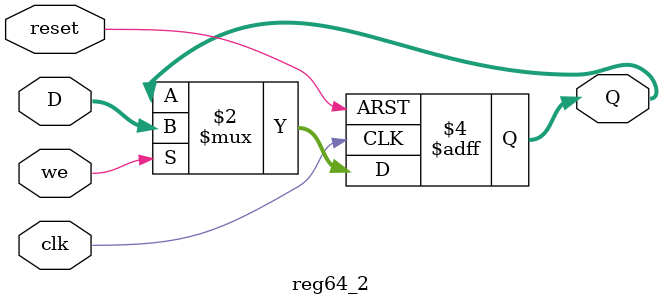
<source format=v>
`timescale 1ns / 1ps
module reg64_2(
    input clk,
    input we,
    input [63:0] D,
	 input reset,
    output reg [63:0] Q
    );

always @(posedge clk or posedge reset)
begin
	 if (reset)
		  Q <= 64'b0;
    else if (we)
        Q <= D;
end

endmodule

</source>
